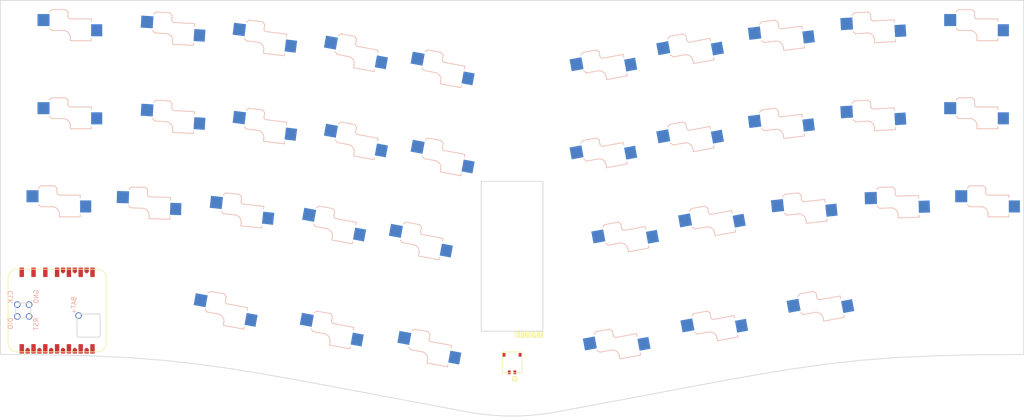
<source format=kicad_pcb>
(kicad_pcb (version 20171130) (host pcbnew 5.1.6)
  (title_block (title "motive") (rev "v1.0.0") (company "Unknown"))
  (layers (0 F.Cu signal) (31 B.Cu signal) (34 B.Paste user) (35 F.Paste user) (36 B.SilkS user) (37 F.SilkS user) (38 B.Mask user) (39 F.Mask user) (44 Edge.Cuts user))
  (net 0 "")
  (net 1 "P0.02")
  (net 2 "P0.03")
  (net 3 "P0.28")
  (net 4 "P0.29")
  (net 5 "P0.04")
  (net 6 "P0.05")
  (net 7 "P1.11")
  (net 8 "P1.12")
  (net 9 "P1.13")
  (net 10 "P1.14")
  (net 11 "P1.15")
  (net 12 "3V3")
  (net 13 "GND")
  (net 14 "5V")
  (net 15 "P0.15")
  (net 16 "P0.19")
  (net 17 "P1.01")
  (net 18 "P0.09")
  (net 19 "P0.10")
  (net 20 "P0.31")
  (net 21 "P1.03")
  (net 22 "P1.05")
  (net 23 "P1.07")
  (net 24 "DIO")
  (net 25 "CLK")
  (net 26 "RST")
  (net 27 "BAT+")
  (net 28 "C1")
  (net 29 "q_top")
  (net 30 "C2")
  (net 31 "w_top")
  (net 32 "C3")
  (net 33 "e_top")
  (net 34 "C4")
  (net 35 "r_top")
  (net 36 "C5")
  (net 37 "t_top")
  (net 38 "mirror_q_top")
  (net 39 "mirror_w_top")
  (net 40 "mirror_e_top")
  (net 41 "mirror_r_top")
  (net 42 "mirror_t_top")
  (net 43 "a_home")
  (net 44 "s_home")
  (net 45 "d_home")
  (net 46 "f_home")
  (net 47 "g_home")
  (net 48 "mirror_a_home")
  (net 49 "mirror_s_home")
  (net 50 "mirror_d_home")
  (net 51 "mirror_f_home")
  (net 52 "mirror_g_home")
  (net 53 "z_bottom")
  (net 54 "x_bottom")
  (net 55 "c_bottom")
  (net 56 "v_bottom")
  (net 57 "b_bottom")
  (net 58 "mirror_z_bottom")
  (net 59 "mirror_x_bottom")
  (net 60 "mirror_c_bottom")
  (net 61 "mirror_v_bottom")
  (net 62 "mirror_b_bottom")
  (net 63 "flex_thumb")
  (net 64 "base_thumb")
  (net 65 "ext_thumb")
  (net 66 "mirror_flex_thumb")
  (net 67 "mirror_base_thumb")
  (net 68 "mirror_ext_thumb")
  (net 69 "RAW")
  (footprint "pcb_shape" (at 0 0 0) (layer F.Cu)
    (property "Reference" "XX1" hide)
    (fp_line (start -12.575 -10.2) (end -12.575 66.157282) (stroke (width 0.15)) (layer "Edge.Cuts"))
    (fp_line (start -12.575 -10.2) (end 207.873199 -10.2) (stroke (width 0.15)) (layer "Edge.Cuts"))
    (fp_line (start -12.575 66.157282) (end -1.998755 66.245742) (stroke (width 0.15)) (layer "Edge.Cuts"))
    (fp_line (start -1.998755 66.245742) (end 7.140189 66.470615) (stroke (width 0.15)) (layer "Edge.Cuts"))
    (fp_line (start 7.140189 66.470615) (end 15.261241 66.862169) (stroke (width 0.15)) (layer "Edge.Cuts"))
    (fp_line (start 15.261241 66.862169) (end 22.775667 67.450417) (stroke (width 0.15)) (layer "Edge.Cuts"))
    (fp_line (start 22.775667 67.450417) (end 30.086701 68.264201) (stroke (width 0.15)) (layer "Edge.Cuts"))
    (fp_line (start 30.086701 68.264201) (end 37.596352 69.330084) (stroke (width 0.15)) (layer "Edge.Cuts"))
    (fp_line (start 37.596352 69.330084) (end 43.902437 70.361541) (stroke (width 0.15)) (layer "Edge.Cuts"))
    (fp_line (start 43.902437 70.361541) (end 50.785416 71.578062) (stroke (width 0.15)) (layer "Edge.Cuts"))
    (fp_line (start 50.785416 71.578062) (end 58.450277 72.993693) (stroke (width 0.15)) (layer "Edge.Cuts"))
    (fp_line (start 58.450277 72.993693) (end 67.102704 74.622844) (stroke (width 0.15)) (layer "Edge.Cuts"))
    (fp_line (start 67.102704 74.622844) (end 76.948639 76.480182) (stroke (width 0.15)) (layer "Edge.Cuts"))
    (fp_line (start 76.948639 76.480182) (end 88.192441 78.580136) (stroke (width 0.15)) (layer "Edge.Cuts"))
    (fp_line (start 118.34956 76.480182) (end 107.105747 78.580138) (stroke (width 0.15)) (layer "Edge.Cuts"))
    (fp_line (start 128.195495 74.622844) (end 118.34956 76.480182) (stroke (width 0.15)) (layer "Edge.Cuts"))
    (fp_line (start 136.847922 72.993693) (end 128.195495 74.622844) (stroke (width 0.15)) (layer "Edge.Cuts"))
    (fp_line (start 144.512783 71.578062) (end 136.847922 72.993693) (stroke (width 0.15)) (layer "Edge.Cuts"))
    (fp_line (start 151.395762 70.361541) (end 144.512783 71.578062) (stroke (width 0.15)) (layer "Edge.Cuts"))
    (fp_line (start 157.701847 69.330084) (end 151.395762 70.361541) (stroke (width 0.15)) (layer "Edge.Cuts"))
    (fp_line (start 165.211498 68.264201) (end 157.701847 69.330084) (stroke (width 0.15)) (layer "Edge.Cuts"))
    (fp_line (start 172.522532 67.450417) (end 165.211498 68.264201) (stroke (width 0.15)) (layer "Edge.Cuts"))
    (fp_line (start 180.036958 66.862169) (end 172.522532 67.450417) (stroke (width 0.15)) (layer "Edge.Cuts"))
    (fp_line (start 188.15801 66.470615) (end 180.036958 66.862169) (stroke (width 0.15)) (layer "Edge.Cuts"))
    (fp_line (start 197.296954 66.245742) (end 188.15801 66.470615) (stroke (width 0.15)) (layer "Edge.Cuts"))
    (fp_line (start 207.873199 -10.2) (end 207.873199 66.157282) (stroke (width 0.15)) (layer "Edge.Cuts"))
    (fp_line (start 207.873199 66.157282) (end 197.296954 66.245742) (stroke (width 0.15)) (layer "Edge.Cuts"))
    (fp_arc (start 97.6491 27.5619) (end 107.105747 78.580138) (angle 21.0021) (layer "Edge.Cuts") (stroke (width 0.15)))
  )
  (footprint "keywall" (at 0 0 0) (layer F.Cu)
    (property "Reference" "XX2" hide)
  )
  (footprint "xiao_plus_smd_prod" (at -0.3509004999999945 56.7 90) (layer F.Cu)
    (property "Reference" "XX3" hide)
    (pad "1" smd roundrect (at -8.255 -7.6165 270) (size 2.032 0.95) (layers "F.Cu" "F.Mask" "F.Paste") (roundrect_rratio 0.1) (net 1 "P0.02"))
    (pad "2" smd roundrect (at -8.255 -5.0765 270) (size 2.032 0.95) (layers "F.Cu" "F.Mask" "F.Paste") (roundrect_rratio 0.1) (net 2 "P0.03"))
    (pad "3" smd roundrect (at -8.255 -2.5365 270) (size 2.032 0.95) (layers "F.Cu" "F.Mask" "F.Paste") (roundrect_rratio 0.1) (net 3 "P0.28"))
    (pad "4" smd roundrect (at -8.255 0.0035 270) (size 2.032 0.95) (layers "F.Cu" "F.Mask" "F.Paste") (roundrect_rratio 0.1) (net 4 "P0.29"))
    (pad "5" smd roundrect (at -8.255 2.5435 270) (size 2.032 0.95) (layers "F.Cu" "F.Mask" "F.Paste") (roundrect_rratio 0.1) (net 5 "P0.04"))
    (pad "6" smd roundrect (at -8.255 5.0835 270) (size 2.032 0.95) (layers "F.Cu" "F.Mask" "F.Paste") (roundrect_rratio 0.1) (net 6 "P0.05"))
    (pad "7" smd roundrect (at -8.255 7.6235 270) (size 2.032 0.95) (layers "F.Cu" "F.Mask" "F.Paste") (roundrect_rratio 0.1) (net 7 "P1.11"))
    (pad "8" smd roundrect (at 8.255 7.6235 90) (size 2.032 0.95) (layers "F.Cu" "F.Mask" "F.Paste") (roundrect_rratio 0.1) (net 8 "P1.12"))
    (pad "9" smd roundrect (at 8.255 5.0835 90) (size 2.032 0.95) (layers "F.Cu" "F.Mask" "F.Paste") (roundrect_rratio 0.1) (net 9 "P1.13"))
    (pad "10" smd roundrect (at 8.255 2.5435 90) (size 2.032 0.95) (layers "F.Cu" "F.Mask" "F.Paste") (roundrect_rratio 0.1) (net 10 "P1.14"))
    (pad "11" smd roundrect (at 8.255 0.0035 90) (size 2.032 0.95) (layers "F.Cu" "F.Mask" "F.Paste") (roundrect_rratio 0.1) (net 11 "P1.15"))
    (pad "12" smd roundrect (at 8.255 -2.5365 90) (size 2.032 0.95) (layers "F.Cu" "F.Mask" "F.Paste") (roundrect_rratio 0.1) (net 12 "3V3"))
    (pad "13" smd roundrect (at 8.255 -5.0765 90) (size 2.032 0.95) (layers "F.Cu" "F.Mask" "F.Paste") (roundrect_rratio 0.1) (net 13 "GND"))
    (pad "14" smd roundrect (at 8.255 -7.6165 90) (size 2.032 0.95) (layers "F.Cu" "F.Mask" "F.Paste") (roundrect_rratio 0.1) (net 14 "5V"))
    (pad "15" smd roundrect (at -8.655 -6.3465 270) (size 1.232 0.95) (layers "F.Cu" "F.Mask" "F.Paste") (roundrect_rratio 0.1) (chamfer_ratio 0.35) (chamfer top_left bottom_left) (net 15 "P0.15"))
    (pad "16" smd roundrect (at -8.655 -3.8065 270) (size 1.232 0.95) (layers "F.Cu" "F.Mask" "F.Paste") (roundrect_rratio 0.1) (chamfer_ratio 0.35) (chamfer top_left bottom_left) (net 16 "P0.19"))
    (pad "17" smd roundrect (at -8.655 -1.2665 270) (size 1.232 0.95) (layers "F.Cu" "F.Mask" "F.Paste") (roundrect_rratio 0.1) (chamfer_ratio 0.35) (chamfer top_left bottom_left) (net 17 "P1.01"))
    (pad "18" smd roundrect (at -8.655 1.2735 270) (size 1.232 0.95) (layers "F.Cu" "F.Mask" "F.Paste") (roundrect_rratio 0.1) (chamfer_ratio 0.35) (chamfer top_left bottom_left) (net 18 "P0.09"))
    (pad "19" smd roundrect (at -8.655 3.8135 270) (size 1.232 0.95) (layers "F.Cu" "F.Mask" "F.Paste") (roundrect_rratio 0.1) (chamfer_ratio 0.35) (chamfer top_left bottom_left) (net 19 "P0.10"))
    (pad "20" smd roundrect (at -8.655 6.3535 270) (size 1.232 0.95) (layers "F.Cu" "F.Mask" "F.Paste") (roundrect_rratio 0.1) (chamfer_ratio 0.35) (chamfer top_left bottom_left) (net 20 "P0.31"))
    (pad "21" smd roundrect (at 8.655 6.3535 90) (size 1.232 0.95) (layers "F.Cu" "F.Mask" "F.Paste") (roundrect_rratio 0.1) (chamfer_ratio 0.35) (chamfer top_left bottom_left) (net 21 "P1.03"))
    (pad "22" smd roundrect (at 8.655 3.8135 90) (size 1.232 0.95) (layers "F.Cu" "F.Mask" "F.Paste") (roundrect_rratio 0.1) (chamfer_ratio 0.35) (chamfer top_left bottom_left) (net 22 "P1.05"))
    (pad "23" smd roundrect (at 8.655 1.2735 90) (size 1.232 0.95) (layers "F.Cu" "F.Mask" "F.Paste") (roundrect_rratio 0.1) (chamfer_ratio 0.35) (chamfer top_left bottom_left) (net 23 "P1.07"))
    (pad "24" thru_hole circle (at -1.27 -8.5725 90) (size 1.397 1.397) (drill 1.016) (property pad_prop_castellated) (layers "*.Cu" "*.Mask") (net 24 "DIO"))
    (pad "25" thru_hole circle (at 1.27 -8.5725 90) (size 1.397 1.397) (drill 1.016) (property pad_prop_castellated) (layers "*.Cu" "*.Mask") (net 25 "CLK"))
    (pad "26" thru_hole circle (at -1.27 -6.0325 90) (size 1.397 1.397) (drill 1.016) (property pad_prop_castellated) (layers "*.Cu" "*.Mask") (net 26 "RST"))
    (pad "27" thru_hole circle (at 1.27 -6.0325 90) (size 1.397 1.397) (drill 1.016) (property pad_prop_castellated) (layers "*.Cu" "*.Mask") (net 13 "GND"))
    (pad "28" thru_hole circle (at -1.08792 4.6202 90) (size 1.397 1.397) (drill 1.016) (property pad_prop_castellated) (layers "*.Cu" "*.Mask") (net 27 "BAT+"))
    (fp_line (start -5.73792 8.8892) (end -5.73792 4.6512) (stroke (width 0.15)) (layer "Edge.Cuts"))
    (fp_line (start -5.35692 4.2702) (end -1.11892 4.2702) (stroke (width 0.15)) (layer "Edge.Cuts"))
    (fp_line (start -1.625 -6.0585) (end -1.625 -8.5465) (stroke (width 0.15)) (layer "Edge.Cuts"))
    (fp_line (start -1.244 -8.9275) (end 1.244 -8.9275) (stroke (width 0.15)) (layer "Edge.Cuts"))
    (fp_line (start -1.11892 9.2702) (end -5.35692 9.2702) (stroke (width 0.15)) (layer "Edge.Cuts"))
    (fp_line (start -0.73792 4.6512) (end -0.73792 8.8892) (stroke (width 0.15)) (layer "Edge.Cuts"))
    (fp_line (start 1.244 -5.6775) (end -1.244 -5.6775) (stroke (width 0.15)) (layer "Edge.Cuts"))
    (fp_line (start 1.625 -8.5465) (end 1.625 -6.0585) (stroke (width 0.15)) (layer "Edge.Cuts"))
    (fp_arc (start -5.356921 4.651199) (end -5.73792 4.6512) (angle 90.0003) (stroke (width 0.15)) (layer "Edge.Cuts"))
    (fp_arc (start -5.356921 8.889201) (end -5.35692 9.2702) (angle 90.0003) (stroke (width 0.15)) (layer "Edge.Cuts"))
    (fp_arc (start -1.244001 -8.546501) (end -1.625 -8.5465) (angle 90.0003) (stroke (width 0.15)) (layer "Edge.Cuts"))
    (fp_arc (start -1.2440001 -6.058499) (end -1.244 -5.6775) (angle 90.0003) (stroke (width 0.15)) (layer "Edge.Cuts"))
    (fp_arc (start -1.118919 4.651199) (end -1.11892 4.2702) (angle 90.003) (stroke (width 0.15)) (layer "Edge.Cuts"))
    (fp_arc (start -1.118919 8.889201) (end -0.73792 8.8892) (angle 90.003) (stroke (width 0.15)) (layer "Edge.Cuts"))
    (fp_arc (start 1.244 -8.5465) (end 1.244 -8.9275) (angle 90) (stroke (width 0.15)) (layer "Edge.Cuts"))
    (fp_arc (start 1.244 -6.0585) (end 1.625 -6.0585) (angle 90) (stroke (width 0.15)) (layer "Edge.Cuts"))
    (fp_text user "BAT+" (at 3.153965 4.202883 90) (layer B.SilkS) (effects (justify left bottom mirror)))
    (fp_text user "GND    RST" (at 4.644429 -3.932189 90) (layer B.SilkS) (effects (justify left bottom mirror)))
    (fp_text user "CLK    DIO" (at 4.423684 -9.462446 90) (layer B.SilkS) (effects (justify left bottom mirror)))
  )
  (module "ceoloide:switch_choc_v1_v2" (layer B.Cu) (at 0 0 0)
    (fp_text reference "S1" hide)
    (pad "" np_thru_hole circle (at 0 0 0) (size 5 5) (drill 5) (layers *.Cu))
    (pad "" np_thru_hole circle (at 5.5 0 0) (size 1.9 1.9) (drill 1.9) (layers *.Cu))
    (pad "" np_thru_hole circle (at -5.5 0 0) (size 1.9 1.9) (drill 1.9) (layers *.Cu))
    (pad "" np_thru_hole circle (at 0 -5.95 0) (size 3 3) (drill 3) (layers *.Cu *.Mask))
    (pad 1 smd rect (at -3.275 -5.95 0) (size 2.6 2.6) (layers B.Cu B.Paste B.Mask) (net 28 "C1"))
    (pad 2 smd rect (at 8.175 -3.75 0) (size 2.4 2.6) (layers B.Cu B.Paste B.Mask) (net 29 "q_top"))
    (pad "" np_thru_hole circle (at 5 -3.75 195) (size 3 3) (drill 3) (layers *.Cu *.Mask))
  )
  (module "ceoloide:switch_choc_v1_v2" (layer B.Cu) (at 21.9372417 0.5976804999999992 -3.5)
    (fp_text reference "S2" hide)
    (pad "" np_thru_hole circle (at 0 0 -3.5) (size 5 5) (drill 5) (layers *.Cu))
    (pad "" np_thru_hole circle (at 5.5 0 -3.5) (size 1.9 1.9) (drill 1.9) (layers *.Cu))
    (pad "" np_thru_hole circle (at -5.5 0 -3.5) (size 1.9 1.9) (drill 1.9) (layers *.Cu))
    (pad "" np_thru_hole circle (at 0 -5.95 -3.5) (size 3 3) (drill 3) (layers *.Cu *.Mask))
    (pad 1 smd rect (at -3.275 -5.95 -3.5) (size 2.6 2.6) (layers B.Cu B.Paste B.Mask) (net 30 "C2"))
    (pad 2 smd rect (at 8.175 -3.75 -3.5) (size 2.4 2.6) (layers B.Cu B.Paste B.Mask) (net 31 "w_top"))
    (pad "" np_thru_hole circle (at 5 -3.75 191.5) (size 3 3) (drill 3) (layers *.Cu *.Mask))
  )
  (module "ceoloide:switch_choc_v1_v2" (layer B.Cu) (at 41.426508399999996 2.3884925999999993 -7)
    (fp_text reference "S3" hide)
    (pad "" np_thru_hole circle (at 0 0 -7) (size 5 5) (drill 5) (layers *.Cu))
    (pad "" np_thru_hole circle (at 5.5 0 -7) (size 1.9 1.9) (drill 1.9) (layers *.Cu))
    (pad "" np_thru_hole circle (at -5.5 0 -7) (size 1.9 1.9) (drill 1.9) (layers *.Cu))
    (pad "" np_thru_hole circle (at 0 -5.95 -7) (size 3 3) (drill 3) (layers *.Cu *.Mask))
    (pad 1 smd rect (at -3.275 -5.95 -7) (size 2.6 2.6) (layers B.Cu B.Paste B.Mask) (net 32 "C3"))
    (pad 2 smd rect (at 8.175 -3.75 -7) (size 2.4 2.6) (layers B.Cu B.Paste B.Mask) (net 33 "e_top"))
    (pad "" np_thru_hole circle (at 5 -3.75 188) (size 3 3) (drill 3) (layers *.Cu *.Mask))
  )
  (module "ceoloide:switch_choc_v1_v2" (layer B.Cu) (at 60.770097199999995 5.3657557 -10.5)
    (fp_text reference "S4" hide)
    (pad "" np_thru_hole circle (at 0 0 -10.5) (size 5 5) (drill 5) (layers *.Cu))
    (pad "" np_thru_hole circle (at 5.5 0 -10.5) (size 1.9 1.9) (drill 1.9) (layers *.Cu))
    (pad "" np_thru_hole circle (at -5.5 0 -10.5) (size 1.9 1.9) (drill 1.9) (layers *.Cu))
    (pad "" np_thru_hole circle (at 0 -5.95 -10.5) (size 3 3) (drill 3) (layers *.Cu *.Mask))
    (pad 1 smd rect (at -3.275 -5.95 -10.5) (size 2.6 2.6) (layers B.Cu B.Paste B.Mask) (net 34 "C4"))
    (pad 2 smd rect (at 8.175 -3.75 -10.5) (size 2.4 2.6) (layers B.Cu B.Paste B.Mask) (net 35 "r_top"))
    (pad "" np_thru_hole circle (at 5 -3.75 184.5) (size 3 3) (drill 3) (layers *.Cu *.Mask))
  )
  (module "ceoloide:switch_choc_v1_v2" (layer B.Cu) (at 79.4519404 8.828230600000001 -10.5)
    (fp_text reference "S5" hide)
    (pad "" np_thru_hole circle (at 0 0 -10.5) (size 5 5) (drill 5) (layers *.Cu))
    (pad "" np_thru_hole circle (at 5.5 0 -10.5) (size 1.9 1.9) (drill 1.9) (layers *.Cu))
    (pad "" np_thru_hole circle (at -5.5 0 -10.5) (size 1.9 1.9) (drill 1.9) (layers *.Cu))
    (pad "" np_thru_hole circle (at 0 -5.95 -10.5) (size 3 3) (drill 3) (layers *.Cu *.Mask))
    (pad 1 smd rect (at -3.275 -5.95 -10.5) (size 2.6 2.6) (layers B.Cu B.Paste B.Mask) (net 36 "C5"))
    (pad 2 smd rect (at 8.175 -3.75 -10.5) (size 2.4 2.6) (layers B.Cu B.Paste B.Mask) (net 37 "t_top"))
    (pad "" np_thru_hole circle (at 5 -3.75 184.5) (size 3 3) (drill 3) (layers *.Cu *.Mask))
  )
  (module "ceoloide:switch_choc_v1_v2" (layer B.Cu) (at 195.298199 0 0)
    (fp_text reference "S6" hide)
    (pad "" np_thru_hole circle (at 0 0 0) (size 5 5) (drill 5) (layers *.Cu))
    (pad "" np_thru_hole circle (at 5.5 0 0) (size 1.9 1.9) (drill 1.9) (layers *.Cu))
    (pad "" np_thru_hole circle (at -5.5 0 0) (size 1.9 1.9) (drill 1.9) (layers *.Cu))
    (pad "" np_thru_hole circle (at 0 -5.95 0) (size 3 3) (drill 3) (layers *.Cu *.Mask))
    (pad 1 smd rect (at -3.275 -5.95 0) (size 2.6 2.6) (layers B.Cu B.Paste B.Mask) (net 28 "C1"))
    (pad 2 smd rect (at 8.175 -3.75 0) (size 2.4 2.6) (layers B.Cu B.Paste B.Mask) (net 38 "mirror_q_top"))
    (pad "" np_thru_hole circle (at 5 -3.75 195) (size 3 3) (drill 3) (layers *.Cu *.Mask))
  )
  (module "ceoloide:switch_choc_v1_v2" (layer B.Cu) (at 173.3609573 0.5976804999999992 3.5)
    (fp_text reference "S7" hide)
    (pad "" np_thru_hole circle (at 0 0 3.5) (size 5 5) (drill 5) (layers *.Cu))
    (pad "" np_thru_hole circle (at 5.5 0 3.5) (size 1.9 1.9) (drill 1.9) (layers *.Cu))
    (pad "" np_thru_hole circle (at -5.5 0 3.5) (size 1.9 1.9) (drill 1.9) (layers *.Cu))
    (pad "" np_thru_hole circle (at 0 -5.95 3.5) (size 3 3) (drill 3) (layers *.Cu *.Mask))
    (pad 1 smd rect (at -3.275 -5.95 3.5) (size 2.6 2.6) (layers B.Cu B.Paste B.Mask) (net 30 "C2"))
    (pad 2 smd rect (at 8.175 -3.75 3.5) (size 2.4 2.6) (layers B.Cu B.Paste B.Mask) (net 39 "mirror_w_top"))
    (pad "" np_thru_hole circle (at 5 -3.75 198.5) (size 3 3) (drill 3) (layers *.Cu *.Mask))
  )
  (module "ceoloide:switch_choc_v1_v2" (layer B.Cu) (at 153.87169060000002 2.3884925999999993 7)
    (fp_text reference "S8" hide)
    (pad "" np_thru_hole circle (at 0 0 7) (size 5 5) (drill 5) (layers *.Cu))
    (pad "" np_thru_hole circle (at 5.5 0 7) (size 1.9 1.9) (drill 1.9) (layers *.Cu))
    (pad "" np_thru_hole circle (at -5.5 0 7) (size 1.9 1.9) (drill 1.9) (layers *.Cu))
    (pad "" np_thru_hole circle (at 0 -5.95 7) (size 3 3) (drill 3) (layers *.Cu *.Mask))
    (pad 1 smd rect (at -3.275 -5.95 7) (size 2.6 2.6) (layers B.Cu B.Paste B.Mask) (net 32 "C3"))
    (pad 2 smd rect (at 8.175 -3.75 7) (size 2.4 2.6) (layers B.Cu B.Paste B.Mask) (net 40 "mirror_e_top"))
    (pad "" np_thru_hole circle (at 5 -3.75 202) (size 3 3) (drill 3) (layers *.Cu *.Mask))
  )
  (module "ceoloide:switch_choc_v1_v2" (layer B.Cu) (at 134.5281018 5.3657557 10.5)
    (fp_text reference "S9" hide)
    (pad "" np_thru_hole circle (at 0 0 10.5) (size 5 5) (drill 5) (layers *.Cu))
    (pad "" np_thru_hole circle (at 5.5 0 10.5) (size 1.9 1.9) (drill 1.9) (layers *.Cu))
    (pad "" np_thru_hole circle (at -5.5 0 10.5) (size 1.9 1.9) (drill 1.9) (layers *.Cu))
    (pad "" np_thru_hole circle (at 0 -5.95 10.5) (size 3 3) (drill 3) (layers *.Cu *.Mask))
    (pad 1 smd rect (at -3.275 -5.95 10.5) (size 2.6 2.6) (layers B.Cu B.Paste B.Mask) (net 34 "C4"))
    (pad 2 smd rect (at 8.175 -3.75 10.5) (size 2.4 2.6) (layers B.Cu B.Paste B.Mask) (net 41 "mirror_r_top"))
    (pad "" np_thru_hole circle (at 5 -3.75 205.5) (size 3 3) (drill 3) (layers *.Cu *.Mask))
  )
  (module "ceoloide:switch_choc_v1_v2" (layer B.Cu) (at 115.84625860000001 8.828230600000001 10.5)
    (fp_text reference "S10" hide)
    (pad "" np_thru_hole circle (at 0 0 10.5) (size 5 5) (drill 5) (layers *.Cu))
    (pad "" np_thru_hole circle (at 5.5 0 10.5) (size 1.9 1.9) (drill 1.9) (layers *.Cu))
    (pad "" np_thru_hole circle (at -5.5 0 10.5) (size 1.9 1.9) (drill 1.9) (layers *.Cu))
    (pad "" np_thru_hole circle (at 0 -5.95 10.5) (size 3 3) (drill 3) (layers *.Cu *.Mask))
    (pad 1 smd rect (at -3.275 -5.95 10.5) (size 2.6 2.6) (layers B.Cu B.Paste B.Mask) (net 36 "C5"))
    (pad 2 smd rect (at 8.175 -3.75 10.5) (size 2.4 2.6) (layers B.Cu B.Paste B.Mask) (net 42 "mirror_t_top"))
    (pad "" np_thru_hole circle (at 5 -3.75 205.5) (size 3 3) (drill 3) (layers *.Cu *.Mask))
  )
  (module "ceoloide:switch_choc_v1_v2" (layer B.Cu) (at 0 19 0)
    (fp_text reference "S11" hide)
    (pad "" np_thru_hole circle (at 0 0 0) (size 5 5) (drill 5) (layers *.Cu))
    (pad "" np_thru_hole circle (at 5.5 0 0) (size 1.9 1.9) (drill 1.9) (layers *.Cu))
    (pad "" np_thru_hole circle (at -5.5 0 0) (size 1.9 1.9) (drill 1.9) (layers *.Cu))
    (pad "" np_thru_hole circle (at 0 -5.95 0) (size 3 3) (drill 3) (layers *.Cu *.Mask))
    (pad 1 smd rect (at -3.275 -5.95 0) (size 2.6 2.6) (layers B.Cu B.Paste B.Mask) (net 28 "C1"))
    (pad 2 smd rect (at 8.175 -3.75 0) (size 2.4 2.6) (layers B.Cu B.Paste B.Mask) (net 43 "a_home"))
    (pad "" np_thru_hole circle (at 5 -3.75 195) (size 3 3) (drill 3) (layers *.Cu *.Mask))
  )
  (module "ceoloide:switch_choc_v1_v2" (layer B.Cu) (at 21.9372417 19.5976805 -3.5)
    (fp_text reference "S12" hide)
    (pad "" np_thru_hole circle (at 0 0 -3.5) (size 5 5) (drill 5) (layers *.Cu))
    (pad "" np_thru_hole circle (at 5.5 0 -3.5) (size 1.9 1.9) (drill 1.9) (layers *.Cu))
    (pad "" np_thru_hole circle (at -5.5 0 -3.5) (size 1.9 1.9) (drill 1.9) (layers *.Cu))
    (pad "" np_thru_hole circle (at 0 -5.95 -3.5) (size 3 3) (drill 3) (layers *.Cu *.Mask))
    (pad 1 smd rect (at -3.275 -5.95 -3.5) (size 2.6 2.6) (layers B.Cu B.Paste B.Mask) (net 30 "C2"))
    (pad 2 smd rect (at 8.175 -3.75 -3.5) (size 2.4 2.6) (layers B.Cu B.Paste B.Mask) (net 44 "s_home"))
    (pad "" np_thru_hole circle (at 5 -3.75 191.5) (size 3 3) (drill 3) (layers *.Cu *.Mask))
  )
  (module "ceoloide:switch_choc_v1_v2" (layer B.Cu) (at 41.426508399999996 21.3884926 -7)
    (fp_text reference "S13" hide)
    (pad "" np_thru_hole circle (at 0 0 -7) (size 5 5) (drill 5) (layers *.Cu))
    (pad "" np_thru_hole circle (at 5.5 0 -7) (size 1.9 1.9) (drill 1.9) (layers *.Cu))
    (pad "" np_thru_hole circle (at -5.5 0 -7) (size 1.9 1.9) (drill 1.9) (layers *.Cu))
    (pad "" np_thru_hole circle (at 0 -5.95 -7) (size 3 3) (drill 3) (layers *.Cu *.Mask))
    (pad 1 smd rect (at -3.275 -5.95 -7) (size 2.6 2.6) (layers B.Cu B.Paste B.Mask) (net 32 "C3"))
    (pad 2 smd rect (at 8.175 -3.75 -7) (size 2.4 2.6) (layers B.Cu B.Paste B.Mask) (net 45 "d_home"))
    (pad "" np_thru_hole circle (at 5 -3.75 188) (size 3 3) (drill 3) (layers *.Cu *.Mask))
  )
  (module "ceoloide:switch_choc_v1_v2" (layer B.Cu) (at 60.770097199999995 24.3657557 -10.5)
    (fp_text reference "S14" hide)
    (pad "" np_thru_hole circle (at 0 0 -10.5) (size 5 5) (drill 5) (layers *.Cu))
    (pad "" np_thru_hole circle (at 5.5 0 -10.5) (size 1.9 1.9) (drill 1.9) (layers *.Cu))
    (pad "" np_thru_hole circle (at -5.5 0 -10.5) (size 1.9 1.9) (drill 1.9) (layers *.Cu))
    (pad "" np_thru_hole circle (at 0 -5.95 -10.5) (size 3 3) (drill 3) (layers *.Cu *.Mask))
    (pad 1 smd rect (at -3.275 -5.95 -10.5) (size 2.6 2.6) (layers B.Cu B.Paste B.Mask) (net 34 "C4"))
    (pad 2 smd rect (at 8.175 -3.75 -10.5) (size 2.4 2.6) (layers B.Cu B.Paste B.Mask) (net 46 "f_home"))
    (pad "" np_thru_hole circle (at 5 -3.75 184.5) (size 3 3) (drill 3) (layers *.Cu *.Mask))
  )
  (module "ceoloide:switch_choc_v1_v2" (layer B.Cu) (at 79.4519404 27.8282306 -10.5)
    (fp_text reference "S15" hide)
    (pad "" np_thru_hole circle (at 0 0 -10.5) (size 5 5) (drill 5) (layers *.Cu))
    (pad "" np_thru_hole circle (at 5.5 0 -10.5) (size 1.9 1.9) (drill 1.9) (layers *.Cu))
    (pad "" np_thru_hole circle (at -5.5 0 -10.5) (size 1.9 1.9) (drill 1.9) (layers *.Cu))
    (pad "" np_thru_hole circle (at 0 -5.95 -10.5) (size 3 3) (drill 3) (layers *.Cu *.Mask))
    (pad 1 smd rect (at -3.275 -5.95 -10.5) (size 2.6 2.6) (layers B.Cu B.Paste B.Mask) (net 36 "C5"))
    (pad 2 smd rect (at 8.175 -3.75 -10.5) (size 2.4 2.6) (layers B.Cu B.Paste B.Mask) (net 47 "g_home"))
    (pad "" np_thru_hole circle (at 5 -3.75 184.5) (size 3 3) (drill 3) (layers *.Cu *.Mask))
  )
  (module "ceoloide:switch_choc_v1_v2" (layer B.Cu) (at 195.298199 19 0)
    (fp_text reference "S16" hide)
    (pad "" np_thru_hole circle (at 0 0 0) (size 5 5) (drill 5) (layers *.Cu))
    (pad "" np_thru_hole circle (at 5.5 0 0) (size 1.9 1.9) (drill 1.9) (layers *.Cu))
    (pad "" np_thru_hole circle (at -5.5 0 0) (size 1.9 1.9) (drill 1.9) (layers *.Cu))
    (pad "" np_thru_hole circle (at 0 -5.95 0) (size 3 3) (drill 3) (layers *.Cu *.Mask))
    (pad 1 smd rect (at -3.275 -5.95 0) (size 2.6 2.6) (layers B.Cu B.Paste B.Mask) (net 28 "C1"))
    (pad 2 smd rect (at 8.175 -3.75 0) (size 2.4 2.6) (layers B.Cu B.Paste B.Mask) (net 48 "mirror_a_home"))
    (pad "" np_thru_hole circle (at 5 -3.75 195) (size 3 3) (drill 3) (layers *.Cu *.Mask))
  )
  (module "ceoloide:switch_choc_v1_v2" (layer B.Cu) (at 173.3609573 19.5976805 3.5)
    (fp_text reference "S17" hide)
    (pad "" np_thru_hole circle (at 0 0 3.5) (size 5 5) (drill 5) (layers *.Cu))
    (pad "" np_thru_hole circle (at 5.5 0 3.5) (size 1.9 1.9) (drill 1.9) (layers *.Cu))
    (pad "" np_thru_hole circle (at -5.5 0 3.5) (size 1.9 1.9) (drill 1.9) (layers *.Cu))
    (pad "" np_thru_hole circle (at 0 -5.95 3.5) (size 3 3) (drill 3) (layers *.Cu *.Mask))
    (pad 1 smd rect (at -3.275 -5.95 3.5) (size 2.6 2.6) (layers B.Cu B.Paste B.Mask) (net 30 "C2"))
    (pad 2 smd rect (at 8.175 -3.75 3.5) (size 2.4 2.6) (layers B.Cu B.Paste B.Mask) (net 49 "mirror_s_home"))
    (pad "" np_thru_hole circle (at 5 -3.75 198.5) (size 3 3) (drill 3) (layers *.Cu *.Mask))
  )
  (module "ceoloide:switch_choc_v1_v2" (layer B.Cu) (at 153.87169060000002 21.3884926 7)
    (fp_text reference "S18" hide)
    (pad "" np_thru_hole circle (at 0 0 7) (size 5 5) (drill 5) (layers *.Cu))
    (pad "" np_thru_hole circle (at 5.5 0 7) (size 1.9 1.9) (drill 1.9) (layers *.Cu))
    (pad "" np_thru_hole circle (at -5.5 0 7) (size 1.9 1.9) (drill 1.9) (layers *.Cu))
    (pad "" np_thru_hole circle (at 0 -5.95 7) (size 3 3) (drill 3) (layers *.Cu *.Mask))
    (pad 1 smd rect (at -3.275 -5.95 7) (size 2.6 2.6) (layers B.Cu B.Paste B.Mask) (net 32 "C3"))
    (pad 2 smd rect (at 8.175 -3.75 7) (size 2.4 2.6) (layers B.Cu B.Paste B.Mask) (net 50 "mirror_d_home"))
    (pad "" np_thru_hole circle (at 5 -3.75 202) (size 3 3) (drill 3) (layers *.Cu *.Mask))
  )
  (module "ceoloide:switch_choc_v1_v2" (layer B.Cu) (at 134.5281018 24.3657557 10.5)
    (fp_text reference "S19" hide)
    (pad "" np_thru_hole circle (at 0 0 10.5) (size 5 5) (drill 5) (layers *.Cu))
    (pad "" np_thru_hole circle (at 5.5 0 10.5) (size 1.9 1.9) (drill 1.9) (layers *.Cu))
    (pad "" np_thru_hole circle (at -5.5 0 10.5) (size 1.9 1.9) (drill 1.9) (layers *.Cu))
    (pad "" np_thru_hole circle (at 0 -5.95 10.5) (size 3 3) (drill 3) (layers *.Cu *.Mask))
    (pad 1 smd rect (at -3.275 -5.95 10.5) (size 2.6 2.6) (layers B.Cu B.Paste B.Mask) (net 34 "C4"))
    (pad 2 smd rect (at 8.175 -3.75 10.5) (size 2.4 2.6) (layers B.Cu B.Paste B.Mask) (net 51 "mirror_f_home"))
    (pad "" np_thru_hole circle (at 5 -3.75 205.5) (size 3 3) (drill 3) (layers *.Cu *.Mask))
  )
  (module "ceoloide:switch_choc_v1_v2" (layer B.Cu) (at 115.84625860000001 27.8282306 10.5)
    (fp_text reference "S20" hide)
    (pad "" np_thru_hole circle (at 0 0 10.5) (size 5 5) (drill 5) (layers *.Cu))
    (pad "" np_thru_hole circle (at 5.5 0 10.5) (size 1.9 1.9) (drill 1.9) (layers *.Cu))
    (pad "" np_thru_hole circle (at -5.5 0 10.5) (size 1.9 1.9) (drill 1.9) (layers *.Cu))
    (pad "" np_thru_hole circle (at 0 -5.95 10.5) (size 3 3) (drill 3) (layers *.Cu *.Mask))
    (pad 1 smd rect (at -3.275 -5.95 10.5) (size 2.6 2.6) (layers B.Cu B.Paste B.Mask) (net 36 "C5"))
    (pad 2 smd rect (at 8.175 -3.75 10.5) (size 2.4 2.6) (layers B.Cu B.Paste B.Mask) (net 52 "mirror_g_home"))
    (pad "" np_thru_hole circle (at 5 -3.75 205.5) (size 3 3) (drill 3) (layers *.Cu *.Mask))
  )
  (module "ceoloide:switch_choc_v1_v2" (layer B.Cu) (at -2.375 38 0)
    (fp_text reference "S21" hide)
    (pad "" np_thru_hole circle (at 0 0 0) (size 5 5) (drill 5) (layers *.Cu))
    (pad "" np_thru_hole circle (at 5.5 0 0) (size 1.9 1.9) (drill 1.9) (layers *.Cu))
    (pad "" np_thru_hole circle (at -5.5 0 0) (size 1.9 1.9) (drill 1.9) (layers *.Cu))
    (pad "" np_thru_hole circle (at 0 -5.95 0) (size 3 3) (drill 3) (layers *.Cu *.Mask))
    (pad 1 smd rect (at -3.275 -5.95 0) (size 2.6 2.6) (layers B.Cu B.Paste B.Mask) (net 28 "C1"))
    (pad 2 smd rect (at 8.175 -3.75 0) (size 2.4 2.6) (layers B.Cu B.Paste B.Mask) (net 53 "z_bottom"))
    (pad "" np_thru_hole circle (at 5 -3.75 195) (size 3 3) (drill 3) (layers *.Cu *.Mask))
  )
  (module "ceoloide:switch_choc_v1_v2" (layer B.Cu) (at 16.910685 38.2945468 -1.75)
    (fp_text reference "S22" hide)
    (pad "" np_thru_hole circle (at 0 0 -1.75) (size 5 5) (drill 5) (layers *.Cu))
    (pad "" np_thru_hole circle (at 5.5 0 -1.75) (size 1.9 1.9) (drill 1.9) (layers *.Cu))
    (pad "" np_thru_hole circle (at -5.5 0 -1.75) (size 1.9 1.9) (drill 1.9) (layers *.Cu))
    (pad "" np_thru_hole circle (at 0 -5.95 -1.75) (size 3 3) (drill 3) (layers *.Cu *.Mask))
    (pad 1 smd rect (at -3.275 -5.95 -1.75) (size 2.6 2.6) (layers B.Cu B.Paste B.Mask) (net 30 "C2"))
    (pad 2 smd rect (at 8.175 -3.75 -1.75) (size 2.4 2.6) (layers B.Cu B.Paste B.Mask) (net 54 "x_bottom"))
    (pad "" np_thru_hole circle (at 5 -3.75 193.25) (size 3 3) (drill 3) (layers *.Cu *.Mask))
  )
  (module "ceoloide:switch_choc_v1_v2" (layer B.Cu) (at 36.575537600000004 39.6480929 -6.125)
    (fp_text reference "S23" hide)
    (pad "" np_thru_hole circle (at 0 0 -6.125) (size 5 5) (drill 5) (layers *.Cu))
    (pad "" np_thru_hole circle (at 5.5 0 -6.125) (size 1.9 1.9) (drill 1.9) (layers *.Cu))
    (pad "" np_thru_hole circle (at -5.5 0 -6.125) (size 1.9 1.9) (drill 1.9) (layers *.Cu))
    (pad "" np_thru_hole circle (at 0 -5.95 -6.125) (size 3 3) (drill 3) (layers *.Cu *.Mask))
    (pad 1 smd rect (at -3.275 -5.95 -6.125) (size 2.6 2.6) (layers B.Cu B.Paste B.Mask) (net 32 "C3"))
    (pad 2 smd rect (at 8.175 -3.75 -6.125) (size 2.4 2.6) (layers B.Cu B.Paste B.Mask) (net 55 "c_bottom"))
    (pad "" np_thru_hole circle (at 5 -3.75 188.875) (size 3 3) (drill 3) (layers *.Cu *.Mask))
  )
  (module "ceoloide:switch_choc_v1_v2" (layer B.Cu) (at 56.0798355 42.497808199999994 -10.5)
    (fp_text reference "S24" hide)
    (pad "" np_thru_hole circle (at 0 0 -10.5) (size 5 5) (drill 5) (layers *.Cu))
    (pad "" np_thru_hole circle (at 5.5 0 -10.5) (size 1.9 1.9) (drill 1.9) (layers *.Cu))
    (pad "" np_thru_hole circle (at -5.5 0 -10.5) (size 1.9 1.9) (drill 1.9) (layers *.Cu))
    (pad "" np_thru_hole circle (at 0 -5.95 -10.5) (size 3 3) (drill 3) (layers *.Cu *.Mask))
    (pad 1 smd rect (at -3.275 -5.95 -10.5) (size 2.6 2.6) (layers B.Cu B.Paste B.Mask) (net 34 "C4"))
    (pad 2 smd rect (at 8.175 -3.75 -10.5) (size 2.4 2.6) (layers B.Cu B.Paste B.Mask) (net 56 "v_bottom"))
    (pad "" np_thru_hole circle (at 5 -3.75 184.5) (size 3 3) (drill 3) (layers *.Cu *.Mask))
  )
  (module "ceoloide:switch_choc_v1_v2" (layer B.Cu) (at 74.7616788 45.9602831 -10.5)
    (fp_text reference "S25" hide)
    (pad "" np_thru_hole circle (at 0 0 -10.5) (size 5 5) (drill 5) (layers *.Cu))
    (pad "" np_thru_hole circle (at 5.5 0 -10.5) (size 1.9 1.9) (drill 1.9) (layers *.Cu))
    (pad "" np_thru_hole circle (at -5.5 0 -10.5) (size 1.9 1.9) (drill 1.9) (layers *.Cu))
    (pad "" np_thru_hole circle (at 0 -5.95 -10.5) (size 3 3) (drill 3) (layers *.Cu *.Mask))
    (pad 1 smd rect (at -3.275 -5.95 -10.5) (size 2.6 2.6) (layers B.Cu B.Paste B.Mask) (net 36 "C5"))
    (pad 2 smd rect (at 8.175 -3.75 -10.5) (size 2.4 2.6) (layers B.Cu B.Paste B.Mask) (net 57 "b_bottom"))
    (pad "" np_thru_hole circle (at 5 -3.75 184.5) (size 3 3) (drill 3) (layers *.Cu *.Mask))
  )
  (module "ceoloide:switch_choc_v1_v2" (layer B.Cu) (at 197.673199 38 0)
    (fp_text reference "S26" hide)
    (pad "" np_thru_hole circle (at 0 0 0) (size 5 5) (drill 5) (layers *.Cu))
    (pad "" np_thru_hole circle (at 5.5 0 0) (size 1.9 1.9) (drill 1.9) (layers *.Cu))
    (pad "" np_thru_hole circle (at -5.5 0 0) (size 1.9 1.9) (drill 1.9) (layers *.Cu))
    (pad "" np_thru_hole circle (at 0 -5.95 0) (size 3 3) (drill 3) (layers *.Cu *.Mask))
    (pad 1 smd rect (at -3.275 -5.95 0) (size 2.6 2.6) (layers B.Cu B.Paste B.Mask) (net 28 "C1"))
    (pad 2 smd rect (at 8.175 -3.75 0) (size 2.4 2.6) (layers B.Cu B.Paste B.Mask) (net 58 "mirror_z_bottom"))
    (pad "" np_thru_hole circle (at 5 -3.75 195) (size 3 3) (drill 3) (layers *.Cu *.Mask))
  )
  (module "ceoloide:switch_choc_v1_v2" (layer B.Cu) (at 178.387514 38.2945468 1.75)
    (fp_text reference "S27" hide)
    (pad "" np_thru_hole circle (at 0 0 1.75) (size 5 5) (drill 5) (layers *.Cu))
    (pad "" np_thru_hole circle (at 5.5 0 1.75) (size 1.9 1.9) (drill 1.9) (layers *.Cu))
    (pad "" np_thru_hole circle (at -5.5 0 1.75) (size 1.9 1.9) (drill 1.9) (layers *.Cu))
    (pad "" np_thru_hole circle (at 0 -5.95 1.75) (size 3 3) (drill 3) (layers *.Cu *.Mask))
    (pad 1 smd rect (at -3.275 -5.95 1.75) (size 2.6 2.6) (layers B.Cu B.Paste B.Mask) (net 30 "C2"))
    (pad 2 smd rect (at 8.175 -3.75 1.75) (size 2.4 2.6) (layers B.Cu B.Paste B.Mask) (net 59 "mirror_x_bottom"))
    (pad "" np_thru_hole circle (at 5 -3.75 196.75) (size 3 3) (drill 3) (layers *.Cu *.Mask))
  )
  (module "ceoloide:switch_choc_v1_v2" (layer B.Cu) (at 158.7226614 39.6480929 6.125)
    (fp_text reference "S28" hide)
    (pad "" np_thru_hole circle (at 0 0 6.125) (size 5 5) (drill 5) (layers *.Cu))
    (pad "" np_thru_hole circle (at 5.5 0 6.125) (size 1.9 1.9) (drill 1.9) (layers *.Cu))
    (pad "" np_thru_hole circle (at -5.5 0 6.125) (size 1.9 1.9) (drill 1.9) (layers *.Cu))
    (pad "" np_thru_hole circle (at 0 -5.95 6.125) (size 3 3) (drill 3) (layers *.Cu *.Mask))
    (pad 1 smd rect (at -3.275 -5.95 6.125) (size 2.6 2.6) (layers B.Cu B.Paste B.Mask) (net 32 "C3"))
    (pad 2 smd rect (at 8.175 -3.75 6.125) (size 2.4 2.6) (layers B.Cu B.Paste B.Mask) (net 60 "mirror_c_bottom"))
    (pad "" np_thru_hole circle (at 5 -3.75 201.125) (size 3 3) (drill 3) (layers *.Cu *.Mask))
  )
  (module "ceoloide:switch_choc_v1_v2" (layer B.Cu) (at 139.2183635 42.497808199999994 10.5)
    (fp_text reference "S29" hide)
    (pad "" np_thru_hole circle (at 0 0 10.5) (size 5 5) (drill 5) (layers *.Cu))
    (pad "" np_thru_hole circle (at 5.5 0 10.5) (size 1.9 1.9) (drill 1.9) (layers *.Cu))
    (pad "" np_thru_hole circle (at -5.5 0 10.5) (size 1.9 1.9) (drill 1.9) (layers *.Cu))
    (pad "" np_thru_hole circle (at 0 -5.95 10.5) (size 3 3) (drill 3) (layers *.Cu *.Mask))
    (pad 1 smd rect (at -3.275 -5.95 10.5) (size 2.6 2.6) (layers B.Cu B.Paste B.Mask) (net 34 "C4"))
    (pad 2 smd rect (at 8.175 -3.75 10.5) (size 2.4 2.6) (layers B.Cu B.Paste B.Mask) (net 61 "mirror_v_bottom"))
    (pad "" np_thru_hole circle (at 5 -3.75 205.5) (size 3 3) (drill 3) (layers *.Cu *.Mask))
  )
  (module "ceoloide:switch_choc_v1_v2" (layer B.Cu) (at 120.53652020000001 45.9602831 10.5)
    (fp_text reference "S30" hide)
    (pad "" np_thru_hole circle (at 0 0 10.5) (size 5 5) (drill 5) (layers *.Cu))
    (pad "" np_thru_hole circle (at 5.5 0 10.5) (size 1.9 1.9) (drill 1.9) (layers *.Cu))
    (pad "" np_thru_hole circle (at -5.5 0 10.5) (size 1.9 1.9) (drill 1.9) (layers *.Cu))
    (pad "" np_thru_hole circle (at 0 -5.95 10.5) (size 3 3) (drill 3) (layers *.Cu *.Mask))
    (pad 1 smd rect (at -3.275 -5.95 10.5) (size 2.6 2.6) (layers B.Cu B.Paste B.Mask) (net 36 "C5"))
    (pad 2 smd rect (at 8.175 -3.75 10.5) (size 2.4 2.6) (layers B.Cu B.Paste B.Mask) (net 62 "mirror_b_bottom"))
    (pad "" np_thru_hole circle (at 5 -3.75 205.5) (size 3 3) (drill 3) (layers *.Cu *.Mask))
  )
  (module "ceoloide:switch_choc_v1_v2" (layer B.Cu) (at 32.709803699999995 60.9141801 -10.5)
    (fp_text reference "S31" hide)
    (pad "" np_thru_hole circle (at 0 0 -10.5) (size 5 5) (drill 5) (layers *.Cu))
    (pad "" np_thru_hole circle (at 5.5 0 -10.5) (size 1.9 1.9) (drill 1.9) (layers *.Cu))
    (pad "" np_thru_hole circle (at -5.5 0 -10.5) (size 1.9 1.9) (drill 1.9) (layers *.Cu))
    (pad "" np_thru_hole circle (at 0 -5.95 -10.5) (size 3 3) (drill 3) (layers *.Cu *.Mask))
    (pad 1 smd rect (at -3.275 -5.95 -10.5) (size 2.6 2.6) (layers B.Cu B.Paste B.Mask) (net 32 "C3"))
    (pad 2 smd rect (at 8.175 -3.75 -10.5) (size 2.4 2.6) (layers B.Cu B.Paste B.Mask) (net 63 "flex_thumb"))
    (pad "" np_thru_hole circle (at 5 -3.75 184.5) (size 3 3) (drill 3) (layers *.Cu *.Mask))
  )
  (module "ceoloide:switch_choc_v1_v2" (layer B.Cu) (at 55.5704803 65.15115610000001 -10.5)
    (fp_text reference "S32" hide)
    (pad "" np_thru_hole circle (at 0 0 -10.5) (size 5 5) (drill 5) (layers *.Cu))
    (pad "" np_thru_hole circle (at 5.5 0 -10.5) (size 1.9 1.9) (drill 1.9) (layers *.Cu))
    (pad "" np_thru_hole circle (at -5.5 0 -10.5) (size 1.9 1.9) (drill 1.9) (layers *.Cu))
    (pad "" np_thru_hole circle (at 0 -5.95 -10.5) (size 3 3) (drill 3) (layers *.Cu *.Mask))
    (pad 1 smd rect (at -3.275 -5.95 -10.5) (size 2.6 2.6) (layers B.Cu B.Paste B.Mask) (net 34 "C4"))
    (pad 2 smd rect (at 8.175 -3.75 -10.5) (size 2.4 2.6) (layers B.Cu B.Paste B.Mask) (net 64 "base_thumb"))
    (pad "" np_thru_hole circle (at 5 -3.75 184.5) (size 3 3) (drill 3) (layers *.Cu *.Mask))
  )
  (module "ceoloide:switch_choc_v1_v2" (layer B.Cu) (at 76.587554 69.04644040000001 -10.5)
    (fp_text reference "S33" hide)
    (pad "" np_thru_hole circle (at 0 0 -10.5) (size 5 5) (drill 5) (layers *.Cu))
    (pad "" np_thru_hole circle (at 5.5 0 -10.5) (size 1.9 1.9) (drill 1.9) (layers *.Cu))
    (pad "" np_thru_hole circle (at -5.5 0 -10.5) (size 1.9 1.9) (drill 1.9) (layers *.Cu))
    (pad "" np_thru_hole circle (at 0 -5.95 -10.5) (size 3 3) (drill 3) (layers *.Cu *.Mask))
    (pad 1 smd rect (at -3.275 -5.95 -10.5) (size 2.6 2.6) (layers B.Cu B.Paste B.Mask) (net 36 "C5"))
    (pad 2 smd rect (at 8.175 -3.75 -10.5) (size 2.4 2.6) (layers B.Cu B.Paste B.Mask) (net 65 "ext_thumb"))
    (pad "" np_thru_hole circle (at 5 -3.75 184.5) (size 3 3) (drill 3) (layers *.Cu *.Mask))
  )
  (module "ceoloide:switch_choc_v1_v2" (layer B.Cu) (at 162.5883953 60.9141801 10.5)
    (fp_text reference "S34" hide)
    (pad "" np_thru_hole circle (at 0 0 10.5) (size 5 5) (drill 5) (layers *.Cu))
    (pad "" np_thru_hole circle (at 5.5 0 10.5) (size 1.9 1.9) (drill 1.9) (layers *.Cu))
    (pad "" np_thru_hole circle (at -5.5 0 10.5) (size 1.9 1.9) (drill 1.9) (layers *.Cu))
    (pad "" np_thru_hole circle (at 0 -5.95 10.5) (size 3 3) (drill 3) (layers *.Cu *.Mask))
    (pad 1 smd rect (at -3.275 -5.95 10.5) (size 2.6 2.6) (layers B.Cu B.Paste B.Mask) (net 32 "C3"))
    (pad 2 smd rect (at 8.175 -3.75 10.5) (size 2.4 2.6) (layers B.Cu B.Paste B.Mask) (net 66 "mirror_flex_thumb"))
    (pad "" np_thru_hole circle (at 5 -3.75 205.5) (size 3 3) (drill 3) (layers *.Cu *.Mask))
  )
  (module "ceoloide:switch_choc_v1_v2" (layer B.Cu) (at 139.72771870000003 65.15115610000001 10.5)
    (fp_text reference "S35" hide)
    (pad "" np_thru_hole circle (at 0 0 10.5) (size 5 5) (drill 5) (layers *.Cu))
    (pad "" np_thru_hole circle (at 5.5 0 10.5) (size 1.9 1.9) (drill 1.9) (layers *.Cu))
    (pad "" np_thru_hole circle (at -5.5 0 10.5) (size 1.9 1.9) (drill 1.9) (layers *.Cu))
    (pad "" np_thru_hole circle (at 0 -5.95 10.5) (size 3 3) (drill 3) (layers *.Cu *.Mask))
    (pad 1 smd rect (at -3.275 -5.95 10.5) (size 2.6 2.6) (layers B.Cu B.Paste B.Mask) (net 34 "C4"))
    (pad 2 smd rect (at 8.175 -3.75 10.5) (size 2.4 2.6) (layers B.Cu B.Paste B.Mask) (net 67 "mirror_base_thumb"))
    (pad "" np_thru_hole circle (at 5 -3.75 205.5) (size 3 3) (drill 3) (layers *.Cu *.Mask))
  )
  (module "ceoloide:switch_choc_v1_v2" (layer B.Cu) (at 118.71064500000001 69.04644040000001 10.5)
    (fp_text reference "S36" hide)
    (pad "" np_thru_hole circle (at 0 0 10.5) (size 5 5) (drill 5) (layers *.Cu))
    (pad "" np_thru_hole circle (at 5.5 0 10.5) (size 1.9 1.9) (drill 1.9) (layers *.Cu))
    (pad "" np_thru_hole circle (at -5.5 0 10.5) (size 1.9 1.9) (drill 1.9) (layers *.Cu))
    (pad "" np_thru_hole circle (at 0 -5.95 10.5) (size 3 3) (drill 3) (layers *.Cu *.Mask))
    (pad 1 smd rect (at -3.275 -5.95 10.5) (size 2.6 2.6) (layers B.Cu B.Paste B.Mask) (net 36 "C5"))
    (pad 2 smd rect (at 8.175 -3.75 10.5) (size 2.4 2.6) (layers B.Cu B.Paste B.Mask) (net 68 "mirror_ext_thumb"))
    (pad "" np_thru_hole circle (at 5 -3.75 205.5) (size 3 3) (drill 3) (layers *.Cu *.Mask))
  )
  (module conn_molex_pico_front (layer F.Cu) (at 97.6490995 68.15 180)
    (fp_text reference CONN1 hide)
    (fp_text user "+" (at -1.32 -2.75 180) (layer "F.SilkS" knockout) (effects (justify left bottom)))
    (pad MP smd roundrect (at 1.75 1.9 180) (size 0.7 0.8) (layers F.Cu F.Paste F.Mask))
    (pad MP smd roundrect (at -1.75 1.9 180) (size 0.7 0.8) (layers F.Cu F.Paste F.Mask))
    (pad 2 smd roundrect (at 0.6 -1.875 180) (size 0.6 0.85) (layers F.Cu F.Paste F.Mask) (net 13 "GND"))
    (pad 1 smd roundrect (at -0.6 -1.875 180) (size 0.6 0.85) (layers F.Cu F.Paste F.Mask) (net 69 "RAW"))
  )
  (gr_text "BATTERY" (at 101.1370995 61.879999999999995 0) (layer F.SilkS knockout) (effects (font (size 1 1))))
  (gr_line (start 90.9990995 61.15) (end 104.2990995 61.15) (angle 90) (layer Edge.Cuts) (width 0.15))
  (gr_line (start 104.2990995 61.15) (end 104.2990995 28.85) (angle 90) (layer Edge.Cuts) (width 0.15))
  (gr_line (start 104.2990995 28.85) (end 90.9990995 28.85) (angle 90) (layer Edge.Cuts) (width 0.15))
  (gr_line (start 90.9990995 28.85) (end 90.9990995 61.15) (angle 90) (layer Edge.Cuts) (width 0.15))
)
</source>
